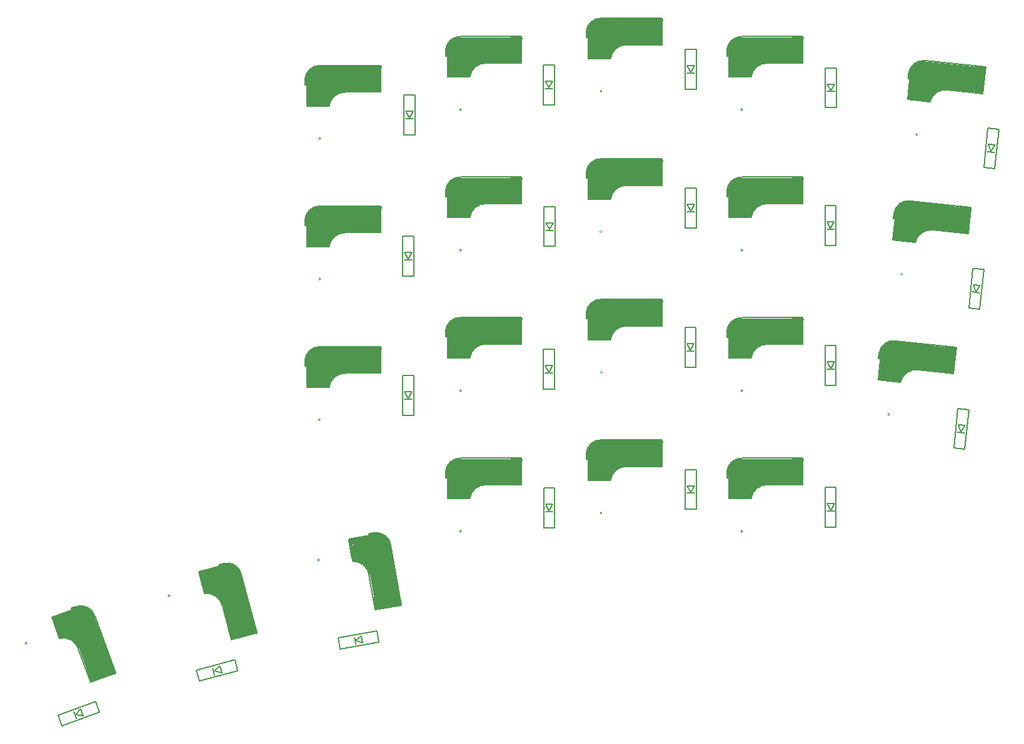
<source format=gbr>
%TF.GenerationSoftware,KiCad,Pcbnew,(5.1.10)-1*%
%TF.CreationDate,2021-10-28T21:04:48+02:00*%
%TF.ProjectId,yaohkib - right,79616f68-6b69-4622-902d-207269676874,rev?*%
%TF.SameCoordinates,Original*%
%TF.FileFunction,Legend,Bot*%
%TF.FilePolarity,Positive*%
%FSLAX46Y46*%
G04 Gerber Fmt 4.6, Leading zero omitted, Abs format (unit mm)*
G04 Created by KiCad (PCBNEW (5.1.10)-1) date 2021-10-28 21:04:48*
%MOMM*%
%LPD*%
G01*
G04 APERTURE LIST*
%ADD10C,0.120000*%
%ADD11C,0.400000*%
%ADD12C,0.500000*%
%ADD13C,0.150000*%
%ADD14C,3.500000*%
%ADD15C,1.000000*%
%ADD16C,3.000000*%
%ADD17C,0.800000*%
%ADD18C,0.300000*%
G04 APERTURE END LIST*
D10*
%TO.C,LED53*%
X102998685Y-125646279D02*
G75*
G03*
X102998685Y-125646279I-166433J0D01*
G01*
X102886103Y-125646279D02*
G75*
G03*
X102886103Y-125646279I-53851J0D01*
G01*
%TO.C,LED50*%
X161503933Y-114466500D02*
G75*
G03*
X161503933Y-114466500I-166433J0D01*
G01*
X161391352Y-114466500D02*
G75*
G03*
X161391352Y-114466500I-53852J0D01*
G01*
%TO.C,LED47*%
X180553933Y-97893000D02*
G75*
G03*
X180553933Y-97893000I-166433J0D01*
G01*
X180441352Y-97893000D02*
G75*
G03*
X180441352Y-97893000I-53852J0D01*
G01*
%TO.C,LED45*%
X142453933Y-97893000D02*
G75*
G03*
X142453933Y-97893000I-166433J0D01*
G01*
X142341352Y-97893000D02*
G75*
G03*
X142341352Y-97893000I-53852J0D01*
G01*
%TO.C,LED46*%
X161567433Y-95416500D02*
G75*
G03*
X161567433Y-95416500I-166433J0D01*
G01*
X161454852Y-95416500D02*
G75*
G03*
X161454852Y-95416500I-53852J0D01*
G01*
%TO.C,LED52*%
X123220361Y-120846722D02*
G75*
G03*
X123220361Y-120846722I-166433J0D01*
G01*
X123107779Y-120846722D02*
G75*
G03*
X123107779Y-120846722I-53851J0D01*
G01*
%TO.C,LED44*%
X123340433Y-101830000D02*
G75*
G03*
X123340433Y-101830000I-166433J0D01*
G01*
X123227852Y-101830000D02*
G75*
G03*
X123227852Y-101830000I-53852J0D01*
G01*
%TO.C,LED1*%
X83624911Y-132132872D02*
G75*
G03*
X83624911Y-132132872I-166433J0D01*
G01*
X83512330Y-132132872D02*
G75*
G03*
X83512330Y-132132872I-53852J0D01*
G01*
%TO.C,LED43*%
X123403933Y-82780000D02*
G75*
G03*
X123403933Y-82780000I-166433J0D01*
G01*
X123291352Y-82780000D02*
G75*
G03*
X123291352Y-82780000I-53852J0D01*
G01*
%TO.C,LED49*%
X180553933Y-116943000D02*
G75*
G03*
X180553933Y-116943000I-166433J0D01*
G01*
X180441352Y-116943000D02*
G75*
G03*
X180441352Y-116943000I-53852J0D01*
G01*
%TO.C,LED48*%
X200449286Y-101165249D02*
G75*
G03*
X200449286Y-101165249I-166434J0D01*
G01*
X200336704Y-101165249D02*
G75*
G03*
X200336704Y-101165249I-53852J0D01*
G01*
%TO.C,LED51*%
X142453933Y-116943000D02*
G75*
G03*
X142453933Y-116943000I-166433J0D01*
G01*
X142341352Y-116943000D02*
G75*
G03*
X142341352Y-116943000I-53852J0D01*
G01*
%TO.C,LED34*%
X123403933Y-63730000D02*
G75*
G03*
X123403933Y-63730000I-166433J0D01*
G01*
X123291352Y-63730000D02*
G75*
G03*
X123291352Y-63730000I-53852J0D01*
G01*
%TO.C,LED35*%
X142453933Y-59793000D02*
G75*
G03*
X142453933Y-59793000I-166433J0D01*
G01*
X142341352Y-59793000D02*
G75*
G03*
X142341352Y-59793000I-53852J0D01*
G01*
%TO.C,LED39*%
X202187391Y-82116537D02*
G75*
G03*
X202187391Y-82116537I-166434J0D01*
G01*
X202074809Y-82116537D02*
G75*
G03*
X202074809Y-82116537I-53852J0D01*
G01*
%TO.C,LED42*%
X142453933Y-78843000D02*
G75*
G03*
X142453933Y-78843000I-166433J0D01*
G01*
X142341352Y-78843000D02*
G75*
G03*
X142341352Y-78843000I-53852J0D01*
G01*
%TO.C,LED36*%
X161503933Y-57316500D02*
G75*
G03*
X161503933Y-57316500I-166433J0D01*
G01*
X161391352Y-57316500D02*
G75*
G03*
X161391352Y-57316500I-53852J0D01*
G01*
%TO.C,LED38*%
X204259286Y-63215249D02*
G75*
G03*
X204259286Y-63215249I-166434J0D01*
G01*
X204146704Y-63215249D02*
G75*
G03*
X204146704Y-63215249I-53852J0D01*
G01*
%TO.C,LED40*%
X180553933Y-78843000D02*
G75*
G03*
X180553933Y-78843000I-166433J0D01*
G01*
X180441352Y-78843000D02*
G75*
G03*
X180441352Y-78843000I-53852J0D01*
G01*
%TO.C,LED37*%
X180553933Y-59793000D02*
G75*
G03*
X180553933Y-59793000I-166433J0D01*
G01*
X180441352Y-59793000D02*
G75*
G03*
X180441352Y-59793000I-53852J0D01*
G01*
%TO.C,LED41*%
X161440433Y-76366500D02*
G75*
G03*
X161440433Y-76366500I-166433J0D01*
G01*
X161327852Y-76366500D02*
G75*
G03*
X161327852Y-76366500I-53852J0D01*
G01*
D11*
%TO.C,SW22*%
X213260700Y-54223306D02*
X212017548Y-54092645D01*
D12*
X203080743Y-58281441D02*
X205517321Y-58537536D01*
D13*
X213430784Y-54040081D02*
X205275704Y-53182947D01*
X208280777Y-57118623D02*
X213054482Y-57620360D01*
X202860933Y-58459440D02*
X205874334Y-58776161D01*
X202988605Y-54853029D02*
X202910208Y-55598921D01*
X203326084Y-54033818D02*
X202860933Y-58459440D01*
X202910208Y-55598921D02*
X203109113Y-55619826D01*
X213139120Y-56623747D02*
X213374309Y-54386073D01*
X213054482Y-57620360D02*
X213430784Y-54040081D01*
D14*
X211452494Y-55642069D02*
X204789197Y-54941728D01*
D15*
X212870806Y-54584530D02*
X212609485Y-57070834D01*
D12*
X212881709Y-57350823D02*
X211594057Y-57165210D01*
D16*
X204750939Y-54636055D02*
X204516795Y-56863784D01*
D17*
X203261279Y-57998764D02*
X203449431Y-56208626D01*
D18*
X203020113Y-55509921D02*
X203088057Y-54863482D01*
D13*
X205880240Y-58755193D02*
G75*
G02*
X208280777Y-57118623I2109066J-514748D01*
G01*
X202988605Y-54853030D02*
G75*
G02*
X205275704Y-53182947I1978591J-308508D01*
G01*
D15*
X205524243Y-58315574D02*
G75*
G02*
X207924779Y-56679003I2109066J-514747D01*
G01*
D13*
%TO.C,D41*%
X128078954Y-132272002D02*
X127905306Y-131287194D01*
X128090611Y-131762233D02*
X129063762Y-132098354D01*
X128890114Y-131113546D02*
X128090611Y-131762233D01*
X129063762Y-132098354D02*
X128890114Y-131113546D01*
X131273751Y-131962530D02*
X131013279Y-130485318D01*
X125955789Y-132900230D02*
X125695317Y-131423018D01*
X131273751Y-131962530D02*
X125955789Y-132900230D01*
X125695317Y-131423018D02*
X131013279Y-130485318D01*
%TO.C,D24*%
X173980120Y-54873520D02*
X172980120Y-54873520D01*
X173480120Y-54773520D02*
X173980120Y-53873520D01*
X172980120Y-53873520D02*
X173480120Y-54773520D01*
X173980120Y-53873520D02*
X172980120Y-53873520D01*
X174230120Y-51673520D02*
X172730120Y-51673520D01*
X174230120Y-57073520D02*
X172730120Y-57073520D01*
X174230120Y-51673520D02*
X174230120Y-57073520D01*
X172730120Y-57073520D02*
X172730120Y-51673520D01*
%TO.C,D31*%
X135727720Y-80187160D02*
X134727720Y-80187160D01*
X135227720Y-80087160D02*
X135727720Y-79187160D01*
X134727720Y-79187160D02*
X135227720Y-80087160D01*
X135727720Y-79187160D02*
X134727720Y-79187160D01*
X135977720Y-76987160D02*
X134477720Y-76987160D01*
X135977720Y-82387160D02*
X134477720Y-82387160D01*
X135977720Y-76987160D02*
X135977720Y-82387160D01*
X134477720Y-82387160D02*
X134477720Y-76987160D01*
%TO.C,D26*%
X135910600Y-61052880D02*
X134910600Y-61052880D01*
X135410600Y-60952880D02*
X135910600Y-60052880D01*
X134910600Y-60052880D02*
X135410600Y-60952880D01*
X135910600Y-60052880D02*
X134910600Y-60052880D01*
X136160600Y-57852880D02*
X134660600Y-57852880D01*
X136160600Y-63252880D02*
X134660600Y-63252880D01*
X136160600Y-57852880D02*
X136160600Y-63252880D01*
X134660600Y-63252880D02*
X134660600Y-57852880D01*
D11*
%TO.C,SW37*%
X131367500Y-92136500D02*
X130117500Y-92136500D01*
D12*
X121667500Y-97236500D02*
X124117500Y-97236500D01*
D13*
X131517500Y-91936500D02*
X123317499Y-91936500D01*
X126717500Y-95536500D02*
X131517500Y-95536500D01*
X121467500Y-97436500D02*
X124497500Y-97436500D01*
X121217500Y-93836500D02*
X121217500Y-94586500D01*
X121467500Y-92986500D02*
X121467500Y-97436500D01*
X121217500Y-94586500D02*
X121417500Y-94586500D01*
X131497500Y-94536500D02*
X131497500Y-92286500D01*
X131517500Y-95536500D02*
X131517500Y-91936500D01*
D14*
X129717500Y-93736500D02*
X123017500Y-93736500D01*
D15*
X131017500Y-92536500D02*
X131017500Y-95036500D01*
D12*
X131317500Y-95286500D02*
X130017500Y-95236500D01*
D16*
X122947500Y-93436500D02*
X122947500Y-95676500D01*
D17*
X121817500Y-96936500D02*
X121817500Y-95136501D01*
D18*
X121317500Y-94486500D02*
X121317500Y-93836500D01*
D13*
X124501182Y-97415029D02*
G75*
G02*
X126717500Y-95536500I2151318J-291471D01*
G01*
X121217500Y-93836501D02*
G75*
G02*
X123317499Y-91936500I2000000J-99999D01*
G01*
D15*
X124101182Y-97015029D02*
G75*
G02*
X126317500Y-95136500I2151318J-291471D01*
G01*
D13*
%TO.C,D22*%
X214639997Y-65623525D02*
X213645475Y-65518997D01*
X214153189Y-65471809D02*
X214744525Y-64629003D01*
X213750003Y-64524475D02*
X214153189Y-65471809D01*
X214744525Y-64629003D02*
X213750003Y-64524475D01*
X215223118Y-62467187D02*
X213731335Y-62310395D01*
X214658665Y-67837605D02*
X213166882Y-67680813D01*
X215223118Y-62467187D02*
X214658665Y-67837605D01*
X213166882Y-67680813D02*
X213731335Y-62310395D01*
D11*
%TO.C,SW23*%
X188517500Y-50099500D02*
X187267500Y-50099500D01*
D12*
X178817500Y-55199500D02*
X181267500Y-55199500D01*
D13*
X188667500Y-49899500D02*
X180467499Y-49899500D01*
X183867500Y-53499500D02*
X188667500Y-53499500D01*
X178617500Y-55399500D02*
X181647500Y-55399500D01*
X178367500Y-51799500D02*
X178367500Y-52549500D01*
X178617500Y-50949500D02*
X178617500Y-55399500D01*
X178367500Y-52549500D02*
X178567500Y-52549500D01*
X188647500Y-52499500D02*
X188647500Y-50249500D01*
X188667500Y-53499500D02*
X188667500Y-49899500D01*
D14*
X186867500Y-51699500D02*
X180167500Y-51699500D01*
D15*
X188167500Y-50499500D02*
X188167500Y-52999500D01*
D12*
X188467500Y-53249500D02*
X187167500Y-53199500D01*
D16*
X180097500Y-51399500D02*
X180097500Y-53639500D01*
D17*
X178967500Y-54899500D02*
X178967500Y-53099501D01*
D18*
X178467500Y-52449500D02*
X178467500Y-51799500D01*
D13*
X181651182Y-55378029D02*
G75*
G02*
X183867500Y-53499500I2151318J-291471D01*
G01*
X178367500Y-51799501D02*
G75*
G02*
X180467499Y-49899500I2000000J-99999D01*
G01*
D15*
X181251182Y-54978029D02*
G75*
G02*
X183467500Y-53099500I2151318J-291471D01*
G01*
D11*
%TO.C,SW24*%
X169467500Y-47623000D02*
X168217500Y-47623000D01*
D12*
X159767500Y-52723000D02*
X162217500Y-52723000D01*
D13*
X169617500Y-47423000D02*
X161417499Y-47423000D01*
X164817500Y-51023000D02*
X169617500Y-51023000D01*
X159567500Y-52923000D02*
X162597500Y-52923000D01*
X159317500Y-49323000D02*
X159317500Y-50073000D01*
X159567500Y-48473000D02*
X159567500Y-52923000D01*
X159317500Y-50073000D02*
X159517500Y-50073000D01*
X169597500Y-50023000D02*
X169597500Y-47773000D01*
X169617500Y-51023000D02*
X169617500Y-47423000D01*
D14*
X167817500Y-49223000D02*
X161117500Y-49223000D01*
D15*
X169117500Y-48023000D02*
X169117500Y-50523000D01*
D12*
X169417500Y-50773000D02*
X168117500Y-50723000D01*
D16*
X161047500Y-48923000D02*
X161047500Y-51163000D01*
D17*
X159917500Y-52423000D02*
X159917500Y-50623001D01*
D18*
X159417500Y-49973000D02*
X159417500Y-49323000D01*
D13*
X162601182Y-52901529D02*
G75*
G02*
X164817500Y-51023000I2151318J-291471D01*
G01*
X159317500Y-49323001D02*
G75*
G02*
X161417499Y-47423000I2000000J-99999D01*
G01*
D15*
X162201182Y-52501529D02*
G75*
G02*
X164417500Y-50623000I2151318J-291471D01*
G01*
D11*
%TO.C,SW29*%
X169467500Y-66673000D02*
X168217500Y-66673000D01*
D12*
X159767500Y-71773000D02*
X162217500Y-71773000D01*
D13*
X169617500Y-66473000D02*
X161417499Y-66473000D01*
X164817500Y-70073000D02*
X169617500Y-70073000D01*
X159567500Y-71973000D02*
X162597500Y-71973000D01*
X159317500Y-68373000D02*
X159317500Y-69123000D01*
X159567500Y-67523000D02*
X159567500Y-71973000D01*
X159317500Y-69123000D02*
X159517500Y-69123000D01*
X169597500Y-69073000D02*
X169597500Y-66823000D01*
X169617500Y-70073000D02*
X169617500Y-66473000D01*
D14*
X167817500Y-68273000D02*
X161117500Y-68273000D01*
D15*
X169117500Y-67073000D02*
X169117500Y-69573000D01*
D12*
X169417500Y-69823000D02*
X168117500Y-69773000D01*
D16*
X161047500Y-67973000D02*
X161047500Y-70213000D01*
D17*
X159917500Y-71473000D02*
X159917500Y-69673001D01*
D18*
X159417500Y-69023000D02*
X159417500Y-68373000D01*
D13*
X162601182Y-71951529D02*
G75*
G02*
X164817500Y-70073000I2151318J-291471D01*
G01*
X159317500Y-68373001D02*
G75*
G02*
X161417499Y-66473000I2000000J-99999D01*
G01*
D15*
X162201182Y-71551529D02*
G75*
G02*
X164417500Y-69673000I2151318J-291471D01*
G01*
D13*
%TO.C,D34*%
X173939480Y-92526480D02*
X172939480Y-92526480D01*
X173439480Y-92426480D02*
X173939480Y-91526480D01*
X172939480Y-91526480D02*
X173439480Y-92426480D01*
X173939480Y-91526480D02*
X172939480Y-91526480D01*
X174189480Y-89326480D02*
X172689480Y-89326480D01*
X174189480Y-94726480D02*
X172689480Y-94726480D01*
X174189480Y-89326480D02*
X174189480Y-94726480D01*
X172689480Y-94726480D02*
X172689480Y-89326480D01*
%TO.C,D35*%
X154737080Y-95523680D02*
X153737080Y-95523680D01*
X154237080Y-95423680D02*
X154737080Y-94523680D01*
X153737080Y-94523680D02*
X154237080Y-95423680D01*
X154737080Y-94523680D02*
X153737080Y-94523680D01*
X154987080Y-92323680D02*
X153487080Y-92323680D01*
X154987080Y-97723680D02*
X153487080Y-97723680D01*
X154987080Y-92323680D02*
X154987080Y-97723680D01*
X153487080Y-97723680D02*
X153487080Y-92323680D01*
%TO.C,D25*%
X154772640Y-56941080D02*
X153772640Y-56941080D01*
X154272640Y-56841080D02*
X154772640Y-55941080D01*
X153772640Y-55941080D02*
X154272640Y-56841080D01*
X154772640Y-55941080D02*
X153772640Y-55941080D01*
X155022640Y-53741080D02*
X153522640Y-53741080D01*
X155022640Y-59141080D02*
X153522640Y-59141080D01*
X155022640Y-53741080D02*
X155022640Y-59141080D01*
X153522640Y-59141080D02*
X153522640Y-53741080D01*
%TO.C,D28*%
X192903120Y-76036800D02*
X191903120Y-76036800D01*
X192403120Y-75936800D02*
X192903120Y-75036800D01*
X191903120Y-75036800D02*
X192403120Y-75936800D01*
X192903120Y-75036800D02*
X191903120Y-75036800D01*
X193153120Y-72836800D02*
X191653120Y-72836800D01*
X193153120Y-78236800D02*
X191653120Y-78236800D01*
X193153120Y-72836800D02*
X193153120Y-78236800D01*
X191653120Y-78236800D02*
X191653120Y-72836800D01*
%TO.C,D33*%
X192918360Y-95005520D02*
X191918360Y-95005520D01*
X192418360Y-94905520D02*
X192918360Y-94005520D01*
X191918360Y-94005520D02*
X192418360Y-94905520D01*
X192918360Y-94005520D02*
X191918360Y-94005520D01*
X193168360Y-91805520D02*
X191668360Y-91805520D01*
X193168360Y-97205520D02*
X191668360Y-97205520D01*
X193168360Y-91805520D02*
X193168360Y-97205520D01*
X191668360Y-97205520D02*
X191668360Y-91805520D01*
%TO.C,D29*%
X173995360Y-73647120D02*
X172995360Y-73647120D01*
X173495360Y-73547120D02*
X173995360Y-72647120D01*
X172995360Y-72647120D02*
X173495360Y-73547120D01*
X173995360Y-72647120D02*
X172995360Y-72647120D01*
X174245360Y-70447120D02*
X172745360Y-70447120D01*
X174245360Y-75847120D02*
X172745360Y-75847120D01*
X174245360Y-70447120D02*
X174245360Y-75847120D01*
X172745360Y-75847120D02*
X172745360Y-70447120D01*
%TO.C,D38*%
X192918360Y-114207920D02*
X191918360Y-114207920D01*
X192418360Y-114107920D02*
X192918360Y-113207920D01*
X191918360Y-113207920D02*
X192418360Y-114107920D01*
X192918360Y-113207920D02*
X191918360Y-113207920D01*
X193168360Y-111007920D02*
X191668360Y-111007920D01*
X193168360Y-116407920D02*
X191668360Y-116407920D01*
X193168360Y-111007920D02*
X193168360Y-116407920D01*
X191668360Y-116407920D02*
X191668360Y-111007920D01*
D11*
%TO.C,SW26*%
X131367500Y-54036500D02*
X130117500Y-54036500D01*
D12*
X121667500Y-59136500D02*
X124117500Y-59136500D01*
D13*
X131517500Y-53836500D02*
X123317499Y-53836500D01*
X126717500Y-57436500D02*
X131517500Y-57436500D01*
X121467500Y-59336500D02*
X124497500Y-59336500D01*
X121217500Y-55736500D02*
X121217500Y-56486500D01*
X121467500Y-54886500D02*
X121467500Y-59336500D01*
X121217500Y-56486500D02*
X121417500Y-56486500D01*
X131497500Y-56436500D02*
X131497500Y-54186500D01*
X131517500Y-57436500D02*
X131517500Y-53836500D01*
D14*
X129717500Y-55636500D02*
X123017500Y-55636500D01*
D15*
X131017500Y-54436500D02*
X131017500Y-56936500D01*
D12*
X131317500Y-57186500D02*
X130017500Y-57136500D01*
D16*
X122947500Y-55336500D02*
X122947500Y-57576500D01*
D17*
X121817500Y-58836500D02*
X121817500Y-57036501D01*
D18*
X121317500Y-56386500D02*
X121317500Y-55736500D01*
D13*
X124501182Y-59315029D02*
G75*
G02*
X126717500Y-57436500I2151318J-291471D01*
G01*
X121217500Y-55736501D02*
G75*
G02*
X123317499Y-53836500I2000000J-99999D01*
G01*
D15*
X124101182Y-58915029D02*
G75*
G02*
X126317500Y-57036500I2151318J-291471D01*
G01*
D11*
%TO.C,SW34*%
X95334618Y-136100765D02*
X94907093Y-134926149D01*
D12*
X87224591Y-128730049D02*
X88062540Y-131032296D01*
D13*
X95573860Y-136173315D02*
X92769294Y-128467834D01*
X90549270Y-132894063D02*
X92190966Y-137404587D01*
X86968248Y-128610515D02*
X88004569Y-131457783D01*
X90265636Y-127144319D02*
X89560867Y-127400834D01*
X91149880Y-127088525D02*
X86968248Y-128610515D01*
X89560867Y-127400834D02*
X89629271Y-127588772D01*
X93123819Y-137043773D02*
X95238127Y-136274228D01*
X92190966Y-137404587D02*
X95573860Y-136173315D01*
D14*
X93266777Y-135097504D02*
X90975242Y-128801564D01*
D15*
X94839034Y-135908680D02*
X92489803Y-136763731D01*
D12*
X92357486Y-137131144D02*
X91959844Y-135892442D01*
D16*
X91233208Y-128633179D02*
X89128297Y-129399304D01*
D17*
X87557801Y-128768397D02*
X89249247Y-128152761D01*
D18*
X89689038Y-127460601D02*
X90299838Y-127238288D01*
D13*
X88026005Y-131453900D02*
G75*
G02*
X90549270Y-132894063I461901J-2121266D01*
G01*
X90265635Y-127144319D02*
G75*
G02*
X92769294Y-128467834I590072J-1913587D01*
G01*
D15*
X88265072Y-130941214D02*
G75*
G02*
X90788339Y-132381377I461902J-2121267D01*
G01*
D11*
%TO.C,SW41*%
X134075774Y-126868085D02*
X133858714Y-125637075D01*
D12*
X127368868Y-118201055D02*
X127794306Y-120613834D01*
D13*
X134298783Y-126981076D02*
X132874868Y-118905652D01*
X129919964Y-122879132D02*
X130753475Y-127606210D01*
X127137176Y-118038823D02*
X127663330Y-121022791D01*
X130639072Y-117167488D02*
X129900466Y-117297724D01*
X131519571Y-117266089D02*
X127137176Y-118038823D01*
X129900466Y-117297724D02*
X129935196Y-117494686D01*
X131734810Y-127412865D02*
X133950627Y-127022157D01*
X130753475Y-127606210D02*
X134298783Y-126981076D01*
D14*
X132213562Y-125520989D02*
X131050120Y-118922777D01*
D15*
X133621074Y-126592861D02*
X131159055Y-127026982D01*
D12*
X130964948Y-127365836D02*
X130788445Y-126076903D01*
D16*
X131333407Y-118801746D02*
X129127437Y-119190718D01*
D17*
X127690357Y-118296682D02*
X129463010Y-117984115D01*
D18*
X130016312Y-117378840D02*
X130656437Y-117265969D01*
D13*
X127685114Y-121022688D02*
G75*
G02*
X129919964Y-122879132I86530J-2169248D01*
G01*
X130639072Y-117167488D02*
G75*
G02*
X132874868Y-118905652I248816J-1986980D01*
G01*
D15*
X128009578Y-120559306D02*
G75*
G02*
X130244428Y-122415750I86530J-2169248D01*
G01*
D13*
%TO.C,D23*%
X192969160Y-57347480D02*
X191969160Y-57347480D01*
X192469160Y-57247480D02*
X192969160Y-56347480D01*
X191969160Y-56347480D02*
X192469160Y-57247480D01*
X192969160Y-56347480D02*
X191969160Y-56347480D01*
X193219160Y-54147480D02*
X191719160Y-54147480D01*
X193219160Y-59547480D02*
X191719160Y-59547480D01*
X193219160Y-54147480D02*
X193219160Y-59547480D01*
X191719160Y-59547480D02*
X191719160Y-54147480D01*
%TO.C,D27*%
X212604459Y-84638801D02*
X211609937Y-84534273D01*
X212117651Y-84487085D02*
X212708987Y-83644279D01*
X211714465Y-83539751D02*
X212117651Y-84487085D01*
X212708987Y-83644279D02*
X211714465Y-83539751D01*
X213187580Y-81482463D02*
X211695797Y-81325671D01*
X212623127Y-86852881D02*
X211131344Y-86696089D01*
X213187580Y-81482463D02*
X212623127Y-86852881D01*
X211131344Y-86696089D02*
X211695797Y-81325671D01*
D11*
%TO.C,SW36*%
X150415000Y-88174000D02*
X149165000Y-88174000D01*
D12*
X140715000Y-93274000D02*
X143165000Y-93274000D01*
D13*
X150565000Y-87974000D02*
X142364999Y-87974000D01*
X145765000Y-91574000D02*
X150565000Y-91574000D01*
X140515000Y-93474000D02*
X143545000Y-93474000D01*
X140265000Y-89874000D02*
X140265000Y-90624000D01*
X140515000Y-89024000D02*
X140515000Y-93474000D01*
X140265000Y-90624000D02*
X140465000Y-90624000D01*
X150545000Y-90574000D02*
X150545000Y-88324000D01*
X150565000Y-91574000D02*
X150565000Y-87974000D01*
D14*
X148765000Y-89774000D02*
X142065000Y-89774000D01*
D15*
X150065000Y-88574000D02*
X150065000Y-91074000D01*
D12*
X150365000Y-91324000D02*
X149065000Y-91274000D01*
D16*
X141995000Y-89474000D02*
X141995000Y-91714000D01*
D17*
X140865000Y-92974000D02*
X140865000Y-91174001D01*
D18*
X140365000Y-90524000D02*
X140365000Y-89874000D01*
D13*
X143548682Y-93452529D02*
G75*
G02*
X145765000Y-91574000I2151318J-291471D01*
G01*
X140265000Y-89874001D02*
G75*
G02*
X142364999Y-87974000I2000000J-99999D01*
G01*
D15*
X143148682Y-93052529D02*
G75*
G02*
X145365000Y-91174000I2151318J-291471D01*
G01*
D11*
%TO.C,SW32*%
X209260700Y-92183306D02*
X208017548Y-92052645D01*
D12*
X199080743Y-96241441D02*
X201517321Y-96497536D01*
D13*
X209430784Y-92000081D02*
X201275704Y-91142947D01*
X204280777Y-95078623D02*
X209054482Y-95580360D01*
X198860933Y-96419440D02*
X201874334Y-96736161D01*
X198988605Y-92813029D02*
X198910208Y-93558921D01*
X199326084Y-91993818D02*
X198860933Y-96419440D01*
X198910208Y-93558921D02*
X199109113Y-93579826D01*
X209139120Y-94583747D02*
X209374309Y-92346073D01*
X209054482Y-95580360D02*
X209430784Y-92000081D01*
D14*
X207452494Y-93602069D02*
X200789197Y-92901728D01*
D15*
X208870806Y-92544530D02*
X208609485Y-95030834D01*
D12*
X208881709Y-95310823D02*
X207594057Y-95125210D01*
D16*
X200750939Y-92596055D02*
X200516795Y-94823784D01*
D17*
X199261279Y-95958764D02*
X199449431Y-94168626D01*
D18*
X199020113Y-93469921D02*
X199088057Y-92823482D01*
D13*
X201880240Y-96715193D02*
G75*
G02*
X204280777Y-95078623I2109066J-514748D01*
G01*
X198988605Y-92813030D02*
G75*
G02*
X201275704Y-91142947I1978591J-308508D01*
G01*
D15*
X201524243Y-96275574D02*
G75*
G02*
X203924779Y-94639003I2109066J-514747D01*
G01*
D13*
%TO.C,D39*%
X173959800Y-111784760D02*
X172959800Y-111784760D01*
X173459800Y-111684760D02*
X173959800Y-110784760D01*
X172959800Y-110784760D02*
X173459800Y-111684760D01*
X173959800Y-110784760D02*
X172959800Y-110784760D01*
X174209800Y-108584760D02*
X172709800Y-108584760D01*
X174209800Y-113984760D02*
X172709800Y-113984760D01*
X174209800Y-108584760D02*
X174209800Y-113984760D01*
X172709800Y-113984760D02*
X172709800Y-108584760D01*
%TO.C,D30*%
X154828520Y-76155720D02*
X153828520Y-76155720D01*
X154328520Y-76055720D02*
X154828520Y-75155720D01*
X153828520Y-75155720D02*
X154328520Y-76055720D01*
X154828520Y-75155720D02*
X153828520Y-75155720D01*
X155078520Y-72955720D02*
X153578520Y-72955720D01*
X155078520Y-78355720D02*
X153578520Y-78355720D01*
X155078520Y-72955720D02*
X155078520Y-78355720D01*
X153578520Y-78355720D02*
X153578520Y-72955720D01*
%TO.C,D40*%
X154808200Y-114289200D02*
X153808200Y-114289200D01*
X154308200Y-114189200D02*
X154808200Y-113289200D01*
X153808200Y-113289200D02*
X154308200Y-114189200D01*
X154808200Y-113289200D02*
X153808200Y-113289200D01*
X155058200Y-111089200D02*
X153558200Y-111089200D01*
X155058200Y-116489200D02*
X153558200Y-116489200D01*
X155058200Y-111089200D02*
X155058200Y-116489200D01*
X153558200Y-116489200D02*
X153558200Y-111089200D01*
%TO.C,D42*%
X108983929Y-136438276D02*
X108725110Y-135472351D01*
X108951112Y-135929432D02*
X109949854Y-136179457D01*
X109691035Y-135213532D02*
X108951112Y-135929432D01*
X109949854Y-136179457D02*
X109691035Y-135213532D01*
X112139596Y-135851537D02*
X111751367Y-134402648D01*
X106923597Y-137249160D02*
X106535368Y-135800271D01*
X112139596Y-135851537D02*
X106923597Y-137249160D01*
X106535368Y-135800271D02*
X111751367Y-134402648D01*
%TO.C,D37*%
X135727720Y-99054280D02*
X134727720Y-99054280D01*
X135227720Y-98954280D02*
X135727720Y-98054280D01*
X134727720Y-98054280D02*
X135227720Y-98954280D01*
X135727720Y-98054280D02*
X134727720Y-98054280D01*
X135977720Y-95854280D02*
X134477720Y-95854280D01*
X135977720Y-101254280D02*
X134477720Y-101254280D01*
X135977720Y-95854280D02*
X135977720Y-101254280D01*
X134477720Y-101254280D02*
X134477720Y-95854280D01*
%TO.C,D32*%
X210579997Y-103613525D02*
X209585475Y-103508997D01*
X210093189Y-103461809D02*
X210684525Y-102619003D01*
X209690003Y-102514475D02*
X210093189Y-103461809D01*
X210684525Y-102619003D02*
X209690003Y-102514475D01*
X211163118Y-100457187D02*
X209671335Y-100300395D01*
X210598665Y-105827605D02*
X209106882Y-105670813D01*
X211163118Y-100457187D02*
X210598665Y-105827605D01*
X209106882Y-105670813D02*
X209671335Y-100300395D01*
D11*
%TO.C,SW39*%
X169467500Y-104773000D02*
X168217500Y-104773000D01*
D12*
X159767500Y-109873000D02*
X162217500Y-109873000D01*
D13*
X169617500Y-104573000D02*
X161417499Y-104573000D01*
X164817500Y-108173000D02*
X169617500Y-108173000D01*
X159567500Y-110073000D02*
X162597500Y-110073000D01*
X159317500Y-106473000D02*
X159317500Y-107223000D01*
X159567500Y-105623000D02*
X159567500Y-110073000D01*
X159317500Y-107223000D02*
X159517500Y-107223000D01*
X169597500Y-107173000D02*
X169597500Y-104923000D01*
X169617500Y-108173000D02*
X169617500Y-104573000D01*
D14*
X167817500Y-106373000D02*
X161117500Y-106373000D01*
D15*
X169117500Y-105173000D02*
X169117500Y-107673000D01*
D12*
X169417500Y-107923000D02*
X168117500Y-107873000D01*
D16*
X161047500Y-106073000D02*
X161047500Y-108313000D01*
D17*
X159917500Y-109573000D02*
X159917500Y-107773001D01*
D18*
X159417500Y-107123000D02*
X159417500Y-106473000D01*
D13*
X162601182Y-110051529D02*
G75*
G02*
X164817500Y-108173000I2151318J-291471D01*
G01*
X159317500Y-106473001D02*
G75*
G02*
X161417499Y-104573000I2000000J-99999D01*
G01*
D15*
X162201182Y-109651529D02*
G75*
G02*
X164417500Y-107773000I2151318J-291471D01*
G01*
D11*
%TO.C,SW31*%
X131367500Y-73086500D02*
X130117500Y-73086500D01*
D12*
X121667500Y-78186500D02*
X124117500Y-78186500D01*
D13*
X131517500Y-72886500D02*
X123317499Y-72886500D01*
X126717500Y-76486500D02*
X131517500Y-76486500D01*
X121467500Y-78386500D02*
X124497500Y-78386500D01*
X121217500Y-74786500D02*
X121217500Y-75536500D01*
X121467500Y-73936500D02*
X121467500Y-78386500D01*
X121217500Y-75536500D02*
X121417500Y-75536500D01*
X131497500Y-75486500D02*
X131497500Y-73236500D01*
X131517500Y-76486500D02*
X131517500Y-72886500D01*
D14*
X129717500Y-74686500D02*
X123017500Y-74686500D01*
D15*
X131017500Y-73486500D02*
X131017500Y-75986500D01*
D12*
X131317500Y-76236500D02*
X130017500Y-76186500D01*
D16*
X122947500Y-74386500D02*
X122947500Y-76626500D01*
D17*
X121817500Y-77886500D02*
X121817500Y-76086501D01*
D18*
X121317500Y-75436500D02*
X121317500Y-74786500D01*
D13*
X124501182Y-78365029D02*
G75*
G02*
X126717500Y-76486500I2151318J-291471D01*
G01*
X121217500Y-74786501D02*
G75*
G02*
X123317499Y-72886500I2000000J-99999D01*
G01*
D15*
X124101182Y-77965029D02*
G75*
G02*
X126317500Y-76086500I2151318J-291471D01*
G01*
D11*
%TO.C,SW27*%
X211270700Y-73233306D02*
X210027548Y-73102645D01*
D12*
X201090743Y-77291441D02*
X203527321Y-77547536D01*
D13*
X211440784Y-73050081D02*
X203285704Y-72192947D01*
X206290777Y-76128623D02*
X211064482Y-76630360D01*
X200870933Y-77469440D02*
X203884334Y-77786161D01*
X200998605Y-73863029D02*
X200920208Y-74608921D01*
X201336084Y-73043818D02*
X200870933Y-77469440D01*
X200920208Y-74608921D02*
X201119113Y-74629826D01*
X211149120Y-75633747D02*
X211384309Y-73396073D01*
X211064482Y-76630360D02*
X211440784Y-73050081D01*
D14*
X209462494Y-74652069D02*
X202799197Y-73951728D01*
D15*
X210880806Y-73594530D02*
X210619485Y-76080834D01*
D12*
X210891709Y-76360823D02*
X209604057Y-76175210D01*
D16*
X202760939Y-73646055D02*
X202526795Y-75873784D01*
D17*
X201271279Y-77008764D02*
X201459431Y-75218626D01*
D18*
X201030113Y-74519921D02*
X201098057Y-73873482D01*
D13*
X203890240Y-77765193D02*
G75*
G02*
X206290777Y-76128623I2109066J-514748D01*
G01*
X200998605Y-73863030D02*
G75*
G02*
X203285704Y-72192947I1978591J-308508D01*
G01*
D15*
X203534243Y-77325574D02*
G75*
G02*
X205934779Y-75689003I2109066J-514747D01*
G01*
D11*
%TO.C,SW28*%
X188517500Y-69149500D02*
X187267500Y-69149500D01*
D12*
X178817500Y-74249500D02*
X181267500Y-74249500D01*
D13*
X188667500Y-68949500D02*
X180467499Y-68949500D01*
X183867500Y-72549500D02*
X188667500Y-72549500D01*
X178617500Y-74449500D02*
X181647500Y-74449500D01*
X178367500Y-70849500D02*
X178367500Y-71599500D01*
X178617500Y-69999500D02*
X178617500Y-74449500D01*
X178367500Y-71599500D02*
X178567500Y-71599500D01*
X188647500Y-71549500D02*
X188647500Y-69299500D01*
X188667500Y-72549500D02*
X188667500Y-68949500D01*
D14*
X186867500Y-70749500D02*
X180167500Y-70749500D01*
D15*
X188167500Y-69549500D02*
X188167500Y-72049500D01*
D12*
X188467500Y-72299500D02*
X187167500Y-72249500D01*
D16*
X180097500Y-70449500D02*
X180097500Y-72689500D01*
D17*
X178967500Y-73949500D02*
X178967500Y-72149501D01*
D18*
X178467500Y-71499500D02*
X178467500Y-70849500D01*
D13*
X181651182Y-74428029D02*
G75*
G02*
X183867500Y-72549500I2151318J-291471D01*
G01*
X178367500Y-70849501D02*
G75*
G02*
X180467499Y-68949500I2000000J-99999D01*
G01*
D15*
X181251182Y-74028029D02*
G75*
G02*
X183467500Y-72149500I2151318J-291471D01*
G01*
D11*
%TO.C,SW25*%
X150417500Y-50099500D02*
X149167500Y-50099500D01*
D12*
X140717500Y-55199500D02*
X143167500Y-55199500D01*
D13*
X150567500Y-49899500D02*
X142367499Y-49899500D01*
X145767500Y-53499500D02*
X150567500Y-53499500D01*
X140517500Y-55399500D02*
X143547500Y-55399500D01*
X140267500Y-51799500D02*
X140267500Y-52549500D01*
X140517500Y-50949500D02*
X140517500Y-55399500D01*
X140267500Y-52549500D02*
X140467500Y-52549500D01*
X150547500Y-52499500D02*
X150547500Y-50249500D01*
X150567500Y-53499500D02*
X150567500Y-49899500D01*
D14*
X148767500Y-51699500D02*
X142067500Y-51699500D01*
D15*
X150067500Y-50499500D02*
X150067500Y-52999500D01*
D12*
X150367500Y-53249500D02*
X149067500Y-53199500D01*
D16*
X141997500Y-51399500D02*
X141997500Y-53639500D01*
D17*
X140867500Y-54899500D02*
X140867500Y-53099501D01*
D18*
X140367500Y-52449500D02*
X140367500Y-51799500D01*
D13*
X143551182Y-55378029D02*
G75*
G02*
X145767500Y-53499500I2151318J-291471D01*
G01*
X140267500Y-51799501D02*
G75*
G02*
X142367499Y-49899500I2000000J-99999D01*
G01*
D15*
X143151182Y-54978029D02*
G75*
G02*
X145367500Y-53099500I2151318J-291471D01*
G01*
D11*
%TO.C,SW38*%
X188517500Y-107249500D02*
X187267500Y-107249500D01*
D12*
X178817500Y-112349500D02*
X181267500Y-112349500D01*
D13*
X188667500Y-107049500D02*
X180467499Y-107049500D01*
X183867500Y-110649500D02*
X188667500Y-110649500D01*
X178617500Y-112549500D02*
X181647500Y-112549500D01*
X178367500Y-108949500D02*
X178367500Y-109699500D01*
X178617500Y-108099500D02*
X178617500Y-112549500D01*
X178367500Y-109699500D02*
X178567500Y-109699500D01*
X188647500Y-109649500D02*
X188647500Y-107399500D01*
X188667500Y-110649500D02*
X188667500Y-107049500D01*
D14*
X186867500Y-108849500D02*
X180167500Y-108849500D01*
D15*
X188167500Y-107649500D02*
X188167500Y-110149500D01*
D12*
X188467500Y-110399500D02*
X187167500Y-110349500D01*
D16*
X180097500Y-108549500D02*
X180097500Y-110789500D01*
D17*
X178967500Y-112049500D02*
X178967500Y-110249501D01*
D18*
X178467500Y-109599500D02*
X178467500Y-108949500D01*
D13*
X181651182Y-112528029D02*
G75*
G02*
X183867500Y-110649500I2151318J-291471D01*
G01*
X178367500Y-108949501D02*
G75*
G02*
X180467499Y-107049500I2000000J-99999D01*
G01*
D15*
X181251182Y-112128029D02*
G75*
G02*
X183467500Y-110249500I2151318J-291471D01*
G01*
D11*
%TO.C,SW33*%
X188517500Y-88199500D02*
X187267500Y-88199500D01*
D12*
X178817500Y-93299500D02*
X181267500Y-93299500D01*
D13*
X188667500Y-87999500D02*
X180467499Y-87999500D01*
X183867500Y-91599500D02*
X188667500Y-91599500D01*
X178617500Y-93499500D02*
X181647500Y-93499500D01*
X178367500Y-89899500D02*
X178367500Y-90649500D01*
X178617500Y-89049500D02*
X178617500Y-93499500D01*
X178367500Y-90649500D02*
X178567500Y-90649500D01*
X188647500Y-90599500D02*
X188647500Y-88349500D01*
X188667500Y-91599500D02*
X188667500Y-87999500D01*
D14*
X186867500Y-89799500D02*
X180167500Y-89799500D01*
D15*
X188167500Y-88599500D02*
X188167500Y-91099500D01*
D12*
X188467500Y-91349500D02*
X187167500Y-91299500D01*
D16*
X180097500Y-89499500D02*
X180097500Y-91739500D01*
D17*
X178967500Y-92999500D02*
X178967500Y-91199501D01*
D18*
X178467500Y-90549500D02*
X178467500Y-89899500D01*
D13*
X181651182Y-93478029D02*
G75*
G02*
X183867500Y-91599500I2151318J-291471D01*
G01*
X178367500Y-89899501D02*
G75*
G02*
X180467499Y-87999500I2000000J-99999D01*
G01*
D15*
X181251182Y-93078029D02*
G75*
G02*
X183467500Y-91199500I2151318J-291471D01*
G01*
D11*
%TO.C,SW40*%
X150417500Y-107249500D02*
X149167500Y-107249500D01*
D12*
X140717500Y-112349500D02*
X143167500Y-112349500D01*
D13*
X150567500Y-107049500D02*
X142367499Y-107049500D01*
X145767500Y-110649500D02*
X150567500Y-110649500D01*
X140517500Y-112549500D02*
X143547500Y-112549500D01*
X140267500Y-108949500D02*
X140267500Y-109699500D01*
X140517500Y-108099500D02*
X140517500Y-112549500D01*
X140267500Y-109699500D02*
X140467500Y-109699500D01*
X150547500Y-109649500D02*
X150547500Y-107399500D01*
X150567500Y-110649500D02*
X150567500Y-107049500D01*
D14*
X148767500Y-108849500D02*
X142067500Y-108849500D01*
D15*
X150067500Y-107649500D02*
X150067500Y-110149500D01*
D12*
X150367500Y-110399500D02*
X149067500Y-110349500D01*
D16*
X141997500Y-108549500D02*
X141997500Y-110789500D01*
D17*
X140867500Y-112049500D02*
X140867500Y-110249501D01*
D18*
X140367500Y-109599500D02*
X140367500Y-108949500D01*
D13*
X143551182Y-112528029D02*
G75*
G02*
X145767500Y-110649500I2151318J-291471D01*
G01*
X140267500Y-108949501D02*
G75*
G02*
X142367499Y-107049500I2000000J-99999D01*
G01*
D15*
X143151182Y-112128029D02*
G75*
G02*
X145367500Y-110249500I2151318J-291471D01*
G01*
D13*
%TO.C,D36*%
X90289210Y-142329442D02*
X89947190Y-141389750D01*
X90212169Y-141825394D02*
X91228902Y-141987422D01*
X90886882Y-141047730D02*
X90212169Y-141825394D01*
X91228902Y-141987422D02*
X90886882Y-141047730D01*
X93381731Y-141469901D02*
X92868701Y-140060362D01*
X88307391Y-143316810D02*
X87794361Y-141907271D01*
X93381731Y-141469901D02*
X88307391Y-143316810D01*
X87794361Y-141907271D02*
X92868701Y-140060362D01*
D11*
%TO.C,SW35*%
X169467500Y-85723000D02*
X168217500Y-85723000D01*
D12*
X159767500Y-90823000D02*
X162217500Y-90823000D01*
D13*
X169617500Y-85523000D02*
X161417499Y-85523000D01*
X164817500Y-89123000D02*
X169617500Y-89123000D01*
X159567500Y-91023000D02*
X162597500Y-91023000D01*
X159317500Y-87423000D02*
X159317500Y-88173000D01*
X159567500Y-86573000D02*
X159567500Y-91023000D01*
X159317500Y-88173000D02*
X159517500Y-88173000D01*
X169597500Y-88123000D02*
X169597500Y-85873000D01*
X169617500Y-89123000D02*
X169617500Y-85523000D01*
D14*
X167817500Y-87323000D02*
X161117500Y-87323000D01*
D15*
X169117500Y-86123000D02*
X169117500Y-88623000D01*
D12*
X169417500Y-88873000D02*
X168117500Y-88823000D01*
D16*
X161047500Y-87023000D02*
X161047500Y-89263000D01*
D17*
X159917500Y-90523000D02*
X159917500Y-88723001D01*
D18*
X159417500Y-88073000D02*
X159417500Y-87423000D01*
D13*
X162601182Y-91001529D02*
G75*
G02*
X164817500Y-89123000I2151318J-291471D01*
G01*
X159317500Y-87423001D02*
G75*
G02*
X161417499Y-85523000I2000000J-99999D01*
G01*
D15*
X162201182Y-90601529D02*
G75*
G02*
X164417500Y-88723000I2151318J-291471D01*
G01*
D11*
%TO.C,SW30*%
X150417500Y-69149500D02*
X149167500Y-69149500D01*
D12*
X140717500Y-74249500D02*
X143167500Y-74249500D01*
D13*
X150567500Y-68949500D02*
X142367499Y-68949500D01*
X145767500Y-72549500D02*
X150567500Y-72549500D01*
X140517500Y-74449500D02*
X143547500Y-74449500D01*
X140267500Y-70849500D02*
X140267500Y-71599500D01*
X140517500Y-69999500D02*
X140517500Y-74449500D01*
X140267500Y-71599500D02*
X140467500Y-71599500D01*
X150547500Y-71549500D02*
X150547500Y-69299500D01*
X150567500Y-72549500D02*
X150567500Y-68949500D01*
D14*
X148767500Y-70749500D02*
X142067500Y-70749500D01*
D15*
X150067500Y-69549500D02*
X150067500Y-72049500D01*
D12*
X150367500Y-72299500D02*
X149067500Y-72249500D01*
D16*
X141997500Y-70449500D02*
X141997500Y-72689500D01*
D17*
X140867500Y-73949500D02*
X140867500Y-72149501D01*
D18*
X140367500Y-71499500D02*
X140367500Y-70849500D01*
D13*
X143551182Y-74428029D02*
G75*
G02*
X145767500Y-72549500I2151318J-291471D01*
G01*
X140267500Y-70849501D02*
G75*
G02*
X142367499Y-68949500I2000000J-99999D01*
G01*
D15*
X143151182Y-74028029D02*
G75*
G02*
X145367500Y-72149500I2151318J-291471D01*
G01*
D11*
%TO.C,SW42*%
X114516906Y-130654605D02*
X114193382Y-129447198D01*
D12*
X107080140Y-122605101D02*
X107714246Y-124971620D01*
D13*
X114748914Y-130747730D02*
X112626598Y-122827137D01*
X110029250Y-127043035D02*
X111271581Y-131679479D01*
X106835191Y-122463680D02*
X107619413Y-125390435D01*
X110247819Y-121290450D02*
X109523375Y-121484564D01*
X111133561Y-121311935D02*
X106835191Y-122463680D01*
X109523375Y-121484564D02*
X109575138Y-121677750D01*
X112232331Y-131401341D02*
X114405664Y-130818998D01*
X111271581Y-131679479D02*
X114748914Y-130747730D01*
D14*
X112544373Y-129474938D02*
X110810286Y-123003235D01*
D15*
X114039949Y-130420058D02*
X111625135Y-131067106D01*
D12*
X111461299Y-131421589D02*
X111173130Y-130152944D01*
D16*
X111081946Y-122857974D02*
X108918272Y-123437729D01*
D17*
X107408740Y-122672345D02*
X109147406Y-122206471D01*
D18*
X109645849Y-121555275D02*
X110273701Y-121387043D01*
D13*
X107641105Y-125388435D02*
G75*
G02*
X110029250Y-127043035I275263J-2153452D01*
G01*
X110247818Y-121290451D02*
G75*
G02*
X112626598Y-122827137I421047J-1957733D01*
G01*
D15*
X107923947Y-124898536D02*
G75*
G02*
X110312093Y-126553137I275263J-2153453D01*
G01*
%TD*%
M02*

</source>
